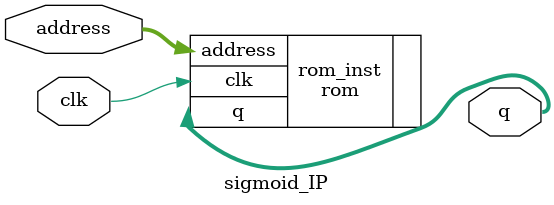
<source format=v>
module sigmoid_IP (
  input wire clk,
  input wire [13:0] address,
  output wire [7:0] q
);

  // Instantiate the ROM module
  rom #(
    .ADDR_WIDTH(14),
    .DATA_WIDTH(8),
    .INIT_FILE("sigmoid_14_bit.hex")
  ) rom_inst (
    .clk(clk),
    .address(address),
    .q(q)
  );

endmodule

</source>
